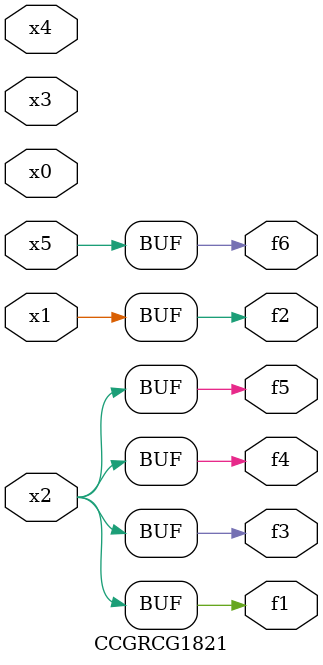
<source format=v>
module CCGRCG1821(
	input x0, x1, x2, x3, x4, x5,
	output f1, f2, f3, f4, f5, f6
);
	assign f1 = x2;
	assign f2 = x1;
	assign f3 = x2;
	assign f4 = x2;
	assign f5 = x2;
	assign f6 = x5;
endmodule

</source>
